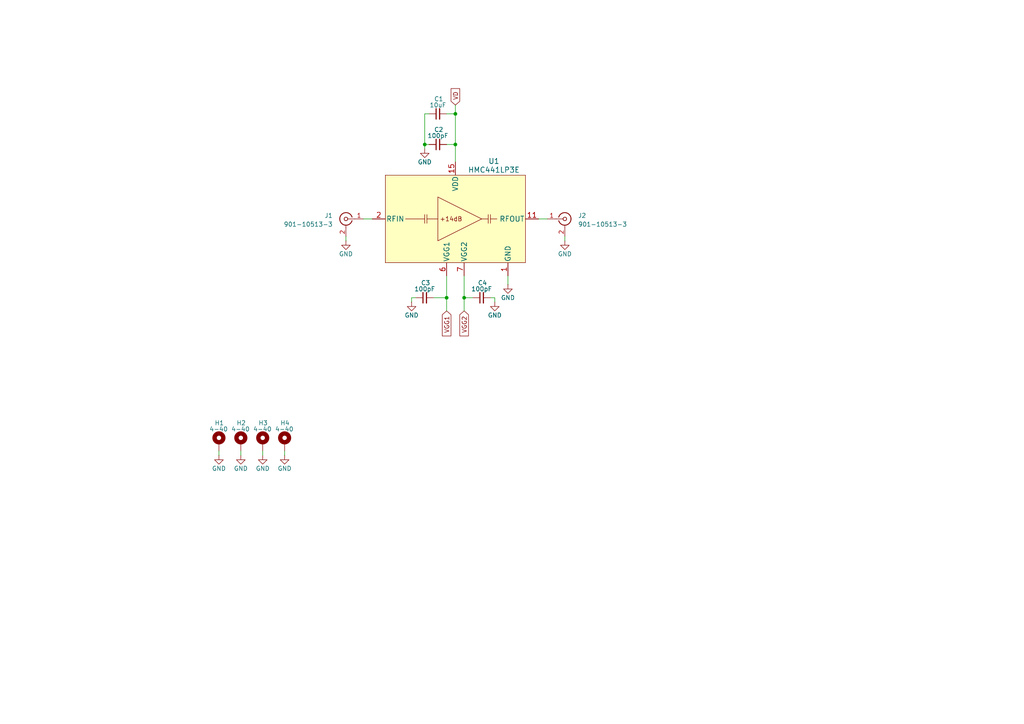
<source format=kicad_sch>
(kicad_sch (version 20231120) (generator "eeschema") (generator_version "8.0")
  (paper "A4")
  (title_block (title "X-Band 4W Amplifier") (date "2024-06-16") (rev "v1.1") (company "openEPR") (comment 1 "Timothy Keller"))
  (lib_symbols
    (symbol "Connector:Conn_Coaxial" (pin_names (offset 1.016) hide)
      (property "Reference" "J" (at 0.254 3.048 0))
      (property "Value" "Conn_Coaxial" (at 2.921 0 90))
      (symbol "Conn_Coaxial_0_1"
        (arc (start -1.778 -0.508) (mid 0.2311 -1.8066) (end 1.778 0) (stroke (width 0.254)))
        (polyline (pts (xy -2.54 0) (xy -0.508 0)))
        (polyline (pts (xy 0 -2.54) (xy 0 -1.778)))
        (circle (center 0 0) (radius 0.508) (stroke (width 0.2032)))
        (arc (start 1.778 0) (mid 0.2099 1.8101) (end -1.778 0.508) (stroke (width 0.254)))
      )
      (symbol "Conn_Coaxial_1_1"
        (pin passive line (at -5.08 0 0) (length 2.54) (name "In") (number "1"))
        (pin passive line (at 0 -5.08 90) (length 2.54) (name "Ext") (number "2"))
      )
    )
    (symbol "Device:C_Small" (pin_numbers hide) (pin_names (offset 0.254) hide)
      (property "Reference" "C" (at 0.254 1.778 0))
      (property "Value" "C_Small" (at 0.254 -2.032 0))
      (symbol "C_Small_0_1"
        (polyline (pts (xy -1.524 -0.508) (xy 1.524 -0.508)) (stroke (width 0.3302)))
        (polyline (pts (xy -1.524 0.508) (xy 1.524 0.508)) (stroke (width 0.3048)))
      )
      (symbol "C_Small_1_1"
        (pin passive line (at 0 2.54 270) (length 2.032) (name "~") (number "1"))
        (pin passive line (at 0 -2.54 90) (length 2.032) (name "~") (number "2"))
      )
    )
    (symbol "Mechanical:MountingHole_Pad" (pin_numbers hide) (pin_names (offset 1.016) hide)
      (property "Reference" "H" (at 0 6.35 0))
      (property "Value" "MountingHole_Pad" (at 0 4.445 0))
      (symbol "MountingHole_Pad_0_1"
        (circle (center 0 1.27) (radius 1.27) (stroke (width 1.27)))
      )
      (symbol "MountingHole_Pad_1_1"
        (pin input line (at 0 -2.54 90) (length 2.54) (name "1") (number "1"))
      )
    )
    (symbol "_tim-RF:HMC441LP3E" (pin_names (offset 0.254))
      (property "Reference" "U" (at 19.685 22.86 0))
      (property "Value" "HMC441LP3E" (at 20.32 19.685 0))
      (property "Datasheet" "https://www.mouser.com/datasheet/2/609/hmc441lp3-468266.pdf" (at 29.21 27.94 0))
      (symbol "HMC441LP3E_0_0"
        (text "+14dB" (at -1.27 0 0) (effects (font (size 1.27 1.27))))
        (pin power_in line (at 15.24 -16.51 90) (length 3.81) hide (name "GND") (number "10"))
        (pin power_in line (at 15.24 -16.51 90) (length 3.81) hide (name "GND") (number "5"))
      )
      (symbol "HMC441LP3E_0_1"
        (polyline (pts (xy -14.478 0) (xy -8.89 0)))
        (polyline (pts (xy -8.89 1.27) (xy -8.89 -1.27)))
        (polyline (pts (xy -8.255 0) (xy -5.08 0)))
        (polyline (pts (xy -8.255 1.27) (xy -8.255 -1.27)))
        (polyline (pts (xy 7.62 0) (xy 9.525 0)))
        (polyline (pts (xy 9.525 1.27) (xy 9.525 -1.27)))
        (polyline (pts (xy 10.16 0) (xy 12.065 0)))
        (polyline (pts (xy 10.16 1.27) (xy 10.16 -1.27)))
        (polyline (pts (xy -5.08 6.35) (xy -5.08 -6.35) (xy 7.62 0) (xy -5.08 6.35)) (fill (type background)))
      )
      (symbol "HMC441LP3E_1_1"
        (rectangle (start -20.32 12.7) (end 20.32 -12.7) (fill (type background)))
        (pin power_in line (at 15.24 -16.51 90) (length 3.81) (name "GND") (number "1"))
        (pin output line (at 24.13 0 180) (length 3.81) (name "RFOUT") (number "11"))
        (pin power_in line (at 15.24 -16.51 90) (length 3.81) hide (name "GND") (number "12"))
        (pin power_in line (at 15.24 -16.51 90) (length 3.81) hide (name "GND") (number "13"))
        (pin power_in line (at 15.24 -16.51 90) (length 3.81) hide (name "GND") (number "14"))
        (pin power_in line (at 0 16.51 270) (length 3.81) (name "VDD") (number "15"))
        (pin power_in line (at 15.24 -16.51 90) (length 3.81) hide (name "GND") (number "16"))
        (pin power_in line (at 15.24 -16.51 90) (length 3.81) hide (name "GND") (number "17"))
        (pin input line (at -24.13 0 0) (length 3.81) (name "RFIN") (number "2"))
        (pin power_in line (at 15.24 -16.51 90) (length 3.81) hide (name "GND") (number "3"))
        (pin power_in line (at 15.24 -16.51 90) (length 3.81) hide (name "GND") (number "4"))
        (pin power_in line (at -2.54 -16.51 90) (length 3.81) (name "VGG1") (number "6"))
        (pin bidirectional line (at 2.54 -16.51 90) (length 3.81) (name "VGG2") (number "7"))
        (pin power_in line (at 15.24 -16.51 90) (length 3.81) hide (name "GND") (number "8"))
        (pin power_in line (at 15.24 -16.51 90) (length 3.81) hide (name "GND") (number "9"))
      )
    )
    (symbol "power:GND" (power) (pin_numbers hide) (pin_names (offset 0) hide)
      (property "Value" "GND" (at 0 -3.81 0))
      (symbol "GND_0_1"
        (polyline (pts (xy 0 0) (xy 0 -1.27) (xy 1.27 -1.27) (xy 0 -2.54) (xy -1.27 -1.27) (xy 0 -1.27)))
      )
      (symbol "GND_1_1"
        (pin power_in line (at 0 0 270) (length 0) (name "~") (number "1"))
      )
    )
  )
  (junction (at 132.08 33.02))
  (junction (at 129.54 86.36))
  (junction (at 123.19 41.91))
  (junction (at 134.62 86.36))
  (junction (at 132.08 41.91))
  (wire (pts (xy 147.32 80.01) (xy 147.32 82.55)))
  (wire (pts (xy 132.08 30.48) (xy 132.08 33.02)))
  (wire (pts (xy 129.54 86.36) (xy 129.54 80.01)))
  (wire (pts (xy 82.55 130.81) (xy 82.55 132.08)))
  (wire (pts (xy 158.75 63.5) (xy 156.21 63.5)))
  (wire (pts (xy 105.41 63.5) (xy 107.95 63.5)))
  (wire (pts (xy 134.62 86.36) (xy 137.16 86.36)))
  (wire (pts (xy 123.19 41.91) (xy 123.19 43.18)))
  (wire (pts (xy 124.46 41.91) (xy 123.19 41.91)))
  (wire (pts (xy 129.54 33.02) (xy 132.08 33.02)))
  (wire (pts (xy 129.54 41.91) (xy 132.08 41.91)))
  (wire (pts (xy 119.38 87.63) (xy 119.38 86.36)))
  (wire (pts (xy 123.19 33.02) (xy 123.19 41.91)))
  (wire (pts (xy 124.46 33.02) (xy 123.19 33.02)))
  (wire (pts (xy 63.5 130.81) (xy 63.5 132.08)))
  (wire (pts (xy 143.51 86.36) (xy 143.51 87.63)))
  (wire (pts (xy 119.38 86.36) (xy 120.65 86.36)))
  (wire (pts (xy 129.54 86.36) (xy 129.54 90.17)))
  (wire (pts (xy 134.62 86.36) (xy 134.62 90.17)))
  (wire (pts (xy 134.62 80.01) (xy 134.62 86.36)))
  (wire (pts (xy 76.2 130.81) (xy 76.2 132.08)))
  (wire (pts (xy 142.24 86.36) (xy 143.51 86.36)))
  (wire (pts (xy 100.33 68.58) (xy 100.33 69.85)))
  (wire (pts (xy 163.83 68.58) (xy 163.83 69.85)))
  (wire (pts (xy 132.08 33.02) (xy 132.08 41.91)))
  (wire (pts (xy 125.73 86.36) (xy 129.54 86.36)))
  (wire (pts (xy 69.85 130.81) (xy 69.85 132.08)))
  (wire (pts (xy 132.08 41.91) (xy 132.08 46.99)))
  (global_label "VD" (shape input) (at 132.08 30.48 90) (property "Intersheetrefs" "${INTERSHEET_REFS}" (effects (hide yes))))
  (global_label "VGG1" (shape input) (at 129.54 90.17 270) (property "Intersheetrefs" "${INTERSHEET_REFS}" (effects (hide yes))))
  (global_label "VGG2" (shape input) (at 134.62 90.17 270) (property "Intersheetrefs" "${INTERSHEET_REFS}" (effects (hide yes))))
  (symbol (lib_id "Device:C_Small") (at 127 41.91 90) (unit 1)
    (property "Reference" "C2" (at 127.254 37.592 90))
    (property "Value" "100pF" (at 127 39.37 90))
    (property "Footprint" "Capacitor_SMD:C_0402_1005Metric" (effects (hide yes)))
    (property "Description" "Unpolarized capacitor, small symbol" (effects (hide yes)))
  )
  (symbol (lib_id "Device:C_Small") (at 139.7 86.36 90) (unit 1)
    (property "Reference" "C4" (at 139.954 82.042 90))
    (property "Value" "100pF" (at 139.7 83.82 90))
    (property "Footprint" "Capacitor_SMD:C_0402_1005Metric" (effects (hide yes)))
    (property "Description" "Unpolarized capacitor, small symbol" (effects (hide yes)))
  )
  (symbol (lib_id "power:GND") (at 163.83 69.85 0) (unit 1)
    (property "Reference" "#PWR03" (effects (hide yes)))
    (property "Value" "GND" (at 163.83 73.66 0))
    (property "Description" "Power symbol creates a global label with name \"GND\" , ground" (effects (hide yes)))
  )
  (symbol (lib_id "Device:C_Small") (at 123.19 86.36 90) (unit 1)
    (property "Reference" "C3" (at 123.444 82.042 90))
    (property "Value" "100pF" (at 123.19 83.82 90))
    (property "Footprint" "Capacitor_SMD:C_0402_1005Metric" (effects (hide yes)))
    (property "Description" "Unpolarized capacitor, small symbol" (effects (hide yes)))
  )
  (symbol (lib_id "power:GND") (at 147.32 82.55 0) (unit 1)
    (property "Reference" "#PWR04" (effects (hide yes)))
    (property "Value" "GND" (at 147.32 86.36 0))
    (property "Description" "Power symbol creates a global label with name \"GND\" , ground" (effects (hide yes)))
  )
  (symbol (lib_id "power:GND") (at 123.19 43.18 0) (unit 1)
    (property "Reference" "#PWR01" (effects (hide yes)))
    (property "Value" "GND" (at 123.19 46.99 0))
    (property "Description" "Power symbol creates a global label with name \"GND\" , ground" (effects (hide yes)))
  )
  (symbol (lib_id "power:GND") (at 143.51 87.63 0) (unit 1)
    (property "Reference" "#PWR06" (effects (hide yes)))
    (property "Value" "GND" (at 143.51 91.44 0))
    (property "Description" "Power symbol creates a global label with name \"GND\" , ground" (effects (hide yes)))
  )
  (symbol (lib_id "Connector:Conn_Coaxial") (at 163.83 63.5 0) (unit 1)
    (property "Reference" "J2" (at 167.64 62.5231 0) (effects (justify left)))
    (property "Value" "901-10513-3" (at 167.64 65.0631 0) (effects (justify left)))
    (property "Footprint" "_tim-RF:AMPHENOL_901-10513-3_EDGE_LAUNCH_Female" (effects (hide yes)))
    (property "Datasheet" " ~" (effects (hide yes)))
    (property "Description" "coaxial connector (BNC, SMA, SMB, SMC, Cinch/RCA, LEMO, ...)" (effects (hide yes)))
  )
  (symbol (lib_id "power:GND") (at 119.38 87.63 0) (unit 1)
    (property "Reference" "#PWR05" (effects (hide yes)))
    (property "Value" "GND" (at 119.38 91.44 0))
    (property "Description" "Power symbol creates a global label with name \"GND\" , ground" (effects (hide yes)))
  )
  (symbol (lib_id "power:GND") (at 100.33 69.85 0) (unit 1)
    (property "Reference" "#PWR02" (effects (hide yes)))
    (property "Value" "GND" (at 100.33 73.66 0))
    (property "Description" "Power symbol creates a global label with name \"GND\" , ground" (effects (hide yes)))
  )
  (symbol (lib_id "power:GND") (at 82.55 132.08 0) (unit 1)
    (property "Reference" "#PWR010" (effects (hide yes)))
    (property "Value" "GND" (at 82.55 135.89 0))
    (property "Description" "Power symbol creates a global label with name \"GND\" , ground" (effects (hide yes)))
  )
  (symbol (lib_id "power:GND") (at 69.85 132.08 0) (unit 1)
    (property "Reference" "#PWR08" (effects (hide yes)))
    (property "Value" "GND" (at 69.85 135.89 0))
    (property "Description" "Power symbol creates a global label with name \"GND\" , ground" (effects (hide yes)))
  )
  (symbol (lib_id "Mechanical:MountingHole_Pad") (at 69.85 128.27 0) (unit 1)
    (property "Reference" "H2" (at 68.58 122.682 0) (effects (justify left)))
    (property "Value" "4-40" (at 67.056 124.46 0) (effects (justify left)))
    (property "Footprint" "_tim-Mounting-Holes:4-40_Hole_Pad" (effects (hide yes)))
    (property "Description" "Mounting Hole with connection" (effects (hide yes)))
  )
  (symbol (lib_id "Device:C_Small") (at 127 33.02 90) (unit 1)
    (property "Reference" "C1" (at 127.254 28.702 90))
    (property "Value" "10uF" (at 127 30.48 90))
    (property "Footprint" "Capacitor_SMD:C_0805_2012Metric" (effects (hide yes)))
    (property "Description" "Unpolarized capacitor, small symbol" (effects (hide yes)))
  )
  (symbol (lib_id "_tim-RF:HMC441LP3E") (at 132.08 63.5 0) (unit 1)
    (property "Reference" "U1" (at 143.256 46.736 0) (effects (font (size 1.524 1.524))))
    (property "Value" "HMC441LP3E" (at 143.256 49.276 0) (effects (font (size 1.524 1.524))))
    (property "Footprint" "B12T_Hittite:HMC441LP3ETR" (effects (hide yes)))
    (property "Datasheet" "https://www.mouser.com/datasheet/2/609/hmc441lp3-468266.pdf" (effects (hide yes)))
    (property "Description" "https://www.mouser.com/ProductDetail/Analog-Devices/HMC441LP3E?qs=3izLlwrMQ7lW2dzKYhAvkw%3D%3D" (effects (hide yes)))
  )
  (symbol (lib_id "Mechanical:MountingHole_Pad") (at 63.5 128.27 0) (unit 1)
    (property "Reference" "H1" (at 62.23 122.682 0) (effects (justify left)))
    (property "Value" "4-40" (at 60.706 124.46 0) (effects (justify left)))
    (property "Footprint" "_tim-Mounting-Holes:4-40_Hole_Pad" (effects (hide yes)))
    (property "Description" "Mounting Hole with connection" (effects (hide yes)))
  )
  (symbol (lib_id "Connector:Conn_Coaxial") (at 100.33 63.5 0) (mirror y) (unit 1)
    (property "Reference" "J1" (at 96.52 62.5231 0) (effects (justify left)))
    (property "Value" "901-10513-3" (at 96.52 65.0631 0) (effects (justify left)))
    (property "Footprint" "_tim-RF:AMPHENOL_901-10513-3_EDGE_LAUNCH_Female" (effects (hide yes)))
    (property "Datasheet" " ~" (effects (hide yes)))
    (property "Description" "coaxial connector (BNC, SMA, SMB, SMC, Cinch/RCA, LEMO, ...)" (effects (hide yes)))
  )
  (symbol (lib_id "power:GND") (at 63.5 132.08 0) (unit 1)
    (property "Reference" "#PWR07" (effects (hide yes)))
    (property "Value" "GND" (at 63.5 135.89 0))
    (property "Description" "Power symbol creates a global label with name \"GND\" , ground" (effects (hide yes)))
  )
  (symbol (lib_id "Mechanical:MountingHole_Pad") (at 82.55 128.27 0) (unit 1)
    (property "Reference" "H4" (at 81.28 122.682 0) (effects (justify left)))
    (property "Value" "4-40" (at 79.756 124.46 0) (effects (justify left)))
    (property "Footprint" "_tim-Mounting-Holes:4-40_Hole_Pad" (effects (hide yes)))
    (property "Description" "Mounting Hole with connection" (effects (hide yes)))
  )
  (symbol (lib_id "Mechanical:MountingHole_Pad") (at 76.2 128.27 0) (unit 1)
    (property "Reference" "H3" (at 74.93 122.682 0) (effects (justify left)))
    (property "Value" "4-40" (at 73.406 124.46 0) (effects (justify left)))
    (property "Footprint" "_tim-Mounting-Holes:4-40_Hole_Pad" (effects (hide yes)))
    (property "Description" "Mounting Hole with connection" (effects (hide yes)))
  )
  (symbol (lib_id "power:GND") (at 76.2 132.08 0) (unit 1)
    (property "Reference" "#PWR09" (effects (hide yes)))
    (property "Value" "GND" (at 76.2 135.89 0))
    (property "Description" "Power symbol creates a global label with name \"GND\" , ground" (effects (hide yes)))
  )
)
</source>
